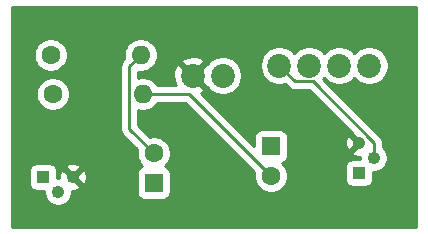
<source format=gbr>
%TF.GenerationSoftware,KiCad,Pcbnew,(5.1.6-0-10_14)*%
%TF.CreationDate,2020-09-04T22:16:53-04:00*%
%TF.ProjectId,bike_ligths,62696b65-5f6c-4696-9774-68732e6b6963,rev?*%
%TF.SameCoordinates,Original*%
%TF.FileFunction,Copper,L2,Bot*%
%TF.FilePolarity,Positive*%
%FSLAX46Y46*%
G04 Gerber Fmt 4.6, Leading zero omitted, Abs format (unit mm)*
G04 Created by KiCad (PCBNEW (5.1.6-0-10_14)) date 2020-09-04 22:16:53*
%MOMM*%
%LPD*%
G01*
G04 APERTURE LIST*
%TA.AperFunction,ComponentPad*%
%ADD10O,1.600000X1.600000*%
%TD*%
%TA.AperFunction,ComponentPad*%
%ADD11C,1.600000*%
%TD*%
%TA.AperFunction,ComponentPad*%
%ADD12R,1.600000X1.600000*%
%TD*%
%TA.AperFunction,ComponentPad*%
%ADD13R,1.080000X1.080000*%
%TD*%
%TA.AperFunction,ComponentPad*%
%ADD14C,1.080000*%
%TD*%
%TA.AperFunction,ComponentPad*%
%ADD15C,2.020000*%
%TD*%
%TA.AperFunction,Conductor*%
%ADD16C,0.250000*%
%TD*%
%TA.AperFunction,Conductor*%
%ADD17C,0.254000*%
%TD*%
G04 APERTURE END LIST*
D10*
%TO.P,R3,2*%
%TO.N,Net-(C2-Pad2)*%
X147228560Y-81396840D03*
D11*
%TO.P,R3,1*%
%TO.N,VCC*%
X139608560Y-81396840D03*
%TD*%
%TO.P,C2,2*%
%TO.N,Net-(C2-Pad2)*%
X148325840Y-89717240D03*
D12*
%TO.P,C2,1*%
%TO.N,Net-(C2-Pad1)*%
X148325840Y-92217240D03*
%TD*%
D13*
%TO.P,Q2,1*%
%TO.N,Net-(C1-Pad2)*%
X165719760Y-91384120D03*
D14*
%TO.P,Q2,2*%
%TO.N,Net-(C2-Pad1)*%
X166989760Y-90114120D03*
%TO.P,Q2,3*%
%TO.N,GND*%
X165719760Y-88844120D03*
%TD*%
D13*
%TO.P,Q1,1*%
%TO.N,Net-(C2-Pad2)*%
X138963400Y-91724480D03*
D14*
%TO.P,Q1,2*%
%TO.N,Net-(C1-Pad1)*%
X140233400Y-92994480D03*
%TO.P,Q1,3*%
%TO.N,GND*%
X141503400Y-91724480D03*
%TD*%
D15*
%TO.P,LEDS,4*%
%TO.N,VCC*%
X166583360Y-82290920D03*
%TO.P,LEDS,3*%
%TO.N,Net-(C1-Pad1)*%
X164043360Y-82290920D03*
%TO.P,LEDS,2*%
%TO.N,VCC*%
X161503360Y-82290920D03*
%TO.P,LEDS,1*%
%TO.N,Net-(C2-Pad1)*%
X158963360Y-82290920D03*
%TD*%
%TO.P,J1,2*%
%TO.N,GND*%
X151638000Y-83139280D03*
%TO.P,J1,1*%
%TO.N,VCC*%
X154178000Y-83139280D03*
%TD*%
D11*
%TO.P,C1,2*%
%TO.N,Net-(C1-Pad2)*%
X158252160Y-91633680D03*
D12*
%TO.P,C1,1*%
%TO.N,Net-(C1-Pad1)*%
X158252160Y-89133680D03*
%TD*%
D10*
%TO.P,R2,2*%
%TO.N,Net-(C1-Pad2)*%
X147406360Y-84703920D03*
D11*
%TO.P,R2,1*%
%TO.N,VCC*%
X139786360Y-84703920D03*
%TD*%
D16*
%TO.N,Net-(C1-Pad2)*%
X151322400Y-84703920D02*
X158252160Y-91633680D01*
X147406360Y-84703920D02*
X151322400Y-84703920D01*
X158252160Y-91633680D02*
X158429320Y-91633680D01*
%TO.N,Net-(C2-Pad2)*%
X146281359Y-87672759D02*
X146281359Y-82344041D01*
X146281359Y-82344041D02*
X147228560Y-81396840D01*
X148325840Y-89717240D02*
X146281359Y-87672759D01*
%TO.N,Net-(C2-Pad1)*%
X160298361Y-83625921D02*
X158963360Y-82290920D01*
X161781763Y-83625921D02*
X160298361Y-83625921D01*
X166989760Y-88833918D02*
X161781763Y-83625921D01*
X166989760Y-90114120D02*
X166989760Y-88833918D01*
%TD*%
D17*
%TO.N,GND*%
G36*
X170561401Y-95956520D02*
G01*
X136316152Y-95956520D01*
X136314936Y-91184480D01*
X137785328Y-91184480D01*
X137785328Y-92264480D01*
X137797588Y-92388962D01*
X137833898Y-92508660D01*
X137892863Y-92618974D01*
X137972215Y-92715665D01*
X138068906Y-92795017D01*
X138179220Y-92853982D01*
X138298918Y-92890292D01*
X138423400Y-92902552D01*
X139058400Y-92902552D01*
X139058400Y-93110207D01*
X139103555Y-93337215D01*
X139192129Y-93551051D01*
X139320718Y-93743499D01*
X139484381Y-93907162D01*
X139676829Y-94035751D01*
X139890665Y-94124325D01*
X140117673Y-94169480D01*
X140349127Y-94169480D01*
X140576135Y-94124325D01*
X140789971Y-94035751D01*
X140982419Y-93907162D01*
X141146082Y-93743499D01*
X141274671Y-93551051D01*
X141363245Y-93337215D01*
X141408400Y-93110207D01*
X141408400Y-92897178D01*
X141584218Y-92902397D01*
X141812465Y-92863997D01*
X142028835Y-92781805D01*
X142090618Y-92748781D01*
X142130613Y-92531298D01*
X141503400Y-91904085D01*
X141489258Y-91918228D01*
X141309653Y-91738623D01*
X141323795Y-91724480D01*
X141683005Y-91724480D01*
X142310218Y-92351693D01*
X142527701Y-92311698D01*
X142622580Y-92100583D01*
X142674450Y-91875015D01*
X142681317Y-91643662D01*
X142642917Y-91415415D01*
X142560725Y-91199045D01*
X142527701Y-91137262D01*
X142310218Y-91097267D01*
X141683005Y-91724480D01*
X141323795Y-91724480D01*
X140696582Y-91097267D01*
X140479099Y-91137262D01*
X140384220Y-91348377D01*
X140332350Y-91573945D01*
X140325483Y-91805298D01*
X140327869Y-91819480D01*
X140141472Y-91819480D01*
X140141472Y-91184480D01*
X140129212Y-91059998D01*
X140092902Y-90940300D01*
X140080802Y-90917662D01*
X140876187Y-90917662D01*
X141503400Y-91544875D01*
X142130613Y-90917662D01*
X142090618Y-90700179D01*
X141879503Y-90605300D01*
X141653935Y-90553430D01*
X141422582Y-90546563D01*
X141194335Y-90584963D01*
X140977965Y-90667155D01*
X140916182Y-90700179D01*
X140876187Y-90917662D01*
X140080802Y-90917662D01*
X140033937Y-90829986D01*
X139954585Y-90733295D01*
X139857894Y-90653943D01*
X139747580Y-90594978D01*
X139627882Y-90558668D01*
X139503400Y-90546408D01*
X138423400Y-90546408D01*
X138298918Y-90558668D01*
X138179220Y-90594978D01*
X138068906Y-90653943D01*
X137972215Y-90733295D01*
X137892863Y-90829986D01*
X137833898Y-90940300D01*
X137797588Y-91059998D01*
X137785328Y-91184480D01*
X136314936Y-91184480D01*
X136313249Y-84562585D01*
X138351360Y-84562585D01*
X138351360Y-84845255D01*
X138406507Y-85122494D01*
X138514680Y-85383647D01*
X138671723Y-85618679D01*
X138871601Y-85818557D01*
X139106633Y-85975600D01*
X139367786Y-86083773D01*
X139645025Y-86138920D01*
X139927695Y-86138920D01*
X140204934Y-86083773D01*
X140466087Y-85975600D01*
X140701119Y-85818557D01*
X140900997Y-85618679D01*
X141058040Y-85383647D01*
X141166213Y-85122494D01*
X141221360Y-84845255D01*
X141221360Y-84562585D01*
X141166213Y-84285346D01*
X141058040Y-84024193D01*
X140900997Y-83789161D01*
X140701119Y-83589283D01*
X140466087Y-83432240D01*
X140204934Y-83324067D01*
X139927695Y-83268920D01*
X139645025Y-83268920D01*
X139367786Y-83324067D01*
X139106633Y-83432240D01*
X138871601Y-83589283D01*
X138671723Y-83789161D01*
X138514680Y-84024193D01*
X138406507Y-84285346D01*
X138351360Y-84562585D01*
X136313249Y-84562585D01*
X136312406Y-81255505D01*
X138173560Y-81255505D01*
X138173560Y-81538175D01*
X138228707Y-81815414D01*
X138336880Y-82076567D01*
X138493923Y-82311599D01*
X138693801Y-82511477D01*
X138928833Y-82668520D01*
X139189986Y-82776693D01*
X139467225Y-82831840D01*
X139749895Y-82831840D01*
X140027134Y-82776693D01*
X140288287Y-82668520D01*
X140523319Y-82511477D01*
X140690755Y-82344041D01*
X145517683Y-82344041D01*
X145521360Y-82381373D01*
X145521359Y-87635436D01*
X145517683Y-87672759D01*
X145521359Y-87710081D01*
X145521359Y-87710091D01*
X145532356Y-87821744D01*
X145575813Y-87965005D01*
X145646385Y-88097035D01*
X145672103Y-88128372D01*
X145741358Y-88212760D01*
X145770362Y-88236563D01*
X146927152Y-89393354D01*
X146890840Y-89575905D01*
X146890840Y-89858575D01*
X146945987Y-90135814D01*
X147054160Y-90396967D01*
X147211203Y-90631999D01*
X147377783Y-90798579D01*
X147281660Y-90827738D01*
X147171346Y-90886703D01*
X147074655Y-90966055D01*
X146995303Y-91062746D01*
X146936338Y-91173060D01*
X146900028Y-91292758D01*
X146887768Y-91417240D01*
X146887768Y-93017240D01*
X146900028Y-93141722D01*
X146936338Y-93261420D01*
X146995303Y-93371734D01*
X147074655Y-93468425D01*
X147171346Y-93547777D01*
X147281660Y-93606742D01*
X147401358Y-93643052D01*
X147525840Y-93655312D01*
X149125840Y-93655312D01*
X149250322Y-93643052D01*
X149370020Y-93606742D01*
X149480334Y-93547777D01*
X149577025Y-93468425D01*
X149656377Y-93371734D01*
X149715342Y-93261420D01*
X149751652Y-93141722D01*
X149763912Y-93017240D01*
X149763912Y-91417240D01*
X149751652Y-91292758D01*
X149715342Y-91173060D01*
X149656377Y-91062746D01*
X149577025Y-90966055D01*
X149480334Y-90886703D01*
X149370020Y-90827738D01*
X149273897Y-90798579D01*
X149440477Y-90631999D01*
X149597520Y-90396967D01*
X149705693Y-90135814D01*
X149760840Y-89858575D01*
X149760840Y-89575905D01*
X149705693Y-89298666D01*
X149597520Y-89037513D01*
X149440477Y-88802481D01*
X149240599Y-88602603D01*
X149005567Y-88445560D01*
X148744414Y-88337387D01*
X148467175Y-88282240D01*
X148184505Y-88282240D01*
X148001954Y-88318552D01*
X147041359Y-87357958D01*
X147041359Y-86094429D01*
X147265025Y-86138920D01*
X147547695Y-86138920D01*
X147824934Y-86083773D01*
X148086087Y-85975600D01*
X148321119Y-85818557D01*
X148520997Y-85618679D01*
X148624403Y-85463920D01*
X151007599Y-85463920D01*
X156853472Y-91309794D01*
X156817160Y-91492345D01*
X156817160Y-91775015D01*
X156872307Y-92052254D01*
X156980480Y-92313407D01*
X157137523Y-92548439D01*
X157337401Y-92748317D01*
X157572433Y-92905360D01*
X157833586Y-93013533D01*
X158110825Y-93068680D01*
X158393495Y-93068680D01*
X158670734Y-93013533D01*
X158931887Y-92905360D01*
X159166919Y-92748317D01*
X159366797Y-92548439D01*
X159523840Y-92313407D01*
X159632013Y-92052254D01*
X159687160Y-91775015D01*
X159687160Y-91492345D01*
X159632013Y-91215106D01*
X159523840Y-90953953D01*
X159366797Y-90718921D01*
X159200217Y-90552341D01*
X159296340Y-90523182D01*
X159406654Y-90464217D01*
X159503345Y-90384865D01*
X159582697Y-90288174D01*
X159641662Y-90177860D01*
X159677972Y-90058162D01*
X159690232Y-89933680D01*
X159690232Y-88924938D01*
X164541843Y-88924938D01*
X164580243Y-89153185D01*
X164662435Y-89369555D01*
X164695459Y-89431338D01*
X164912942Y-89471333D01*
X165540155Y-88844120D01*
X164912942Y-88216907D01*
X164695459Y-88256902D01*
X164600580Y-88468017D01*
X164548710Y-88693585D01*
X164541843Y-88924938D01*
X159690232Y-88924938D01*
X159690232Y-88333680D01*
X159677972Y-88209198D01*
X159641662Y-88089500D01*
X159582697Y-87979186D01*
X159503345Y-87882495D01*
X159406654Y-87803143D01*
X159296340Y-87744178D01*
X159176642Y-87707868D01*
X159052160Y-87695608D01*
X157452160Y-87695608D01*
X157327678Y-87707868D01*
X157207980Y-87744178D01*
X157097666Y-87803143D01*
X157000975Y-87882495D01*
X156921623Y-87979186D01*
X156862658Y-88089500D01*
X156826348Y-88209198D01*
X156814088Y-88333680D01*
X156814088Y-89120806D01*
X152332292Y-84639011D01*
X152503968Y-84547248D01*
X152600939Y-84281825D01*
X151638000Y-83318885D01*
X151623858Y-83333028D01*
X151444252Y-83153422D01*
X151458395Y-83139280D01*
X151817605Y-83139280D01*
X152780545Y-84102219D01*
X152830738Y-84083881D01*
X152900245Y-84187906D01*
X153129374Y-84417035D01*
X153398801Y-84597060D01*
X153698171Y-84721063D01*
X154015982Y-84784280D01*
X154340018Y-84784280D01*
X154657829Y-84721063D01*
X154957199Y-84597060D01*
X155226626Y-84417035D01*
X155455755Y-84187906D01*
X155635780Y-83918479D01*
X155759783Y-83619109D01*
X155823000Y-83301298D01*
X155823000Y-82977262D01*
X155759783Y-82659451D01*
X155635780Y-82360081D01*
X155481312Y-82128902D01*
X157318360Y-82128902D01*
X157318360Y-82452938D01*
X157381577Y-82770749D01*
X157505580Y-83070119D01*
X157685605Y-83339546D01*
X157914734Y-83568675D01*
X158184161Y-83748700D01*
X158483531Y-83872703D01*
X158801342Y-83935920D01*
X159125378Y-83935920D01*
X159443189Y-83872703D01*
X159462389Y-83864750D01*
X159734561Y-84136923D01*
X159758360Y-84165922D01*
X159787358Y-84189720D01*
X159874085Y-84260895D01*
X160006114Y-84331467D01*
X160149375Y-84374924D01*
X160298361Y-84389598D01*
X160335694Y-84385921D01*
X161466962Y-84385921D01*
X165096554Y-88015514D01*
X165092547Y-88037302D01*
X165719760Y-88664515D01*
X165732658Y-88651617D01*
X165912263Y-88831222D01*
X165899365Y-88844120D01*
X165913508Y-88858263D01*
X165733903Y-89037868D01*
X165719760Y-89023725D01*
X165092547Y-89650938D01*
X165132542Y-89868421D01*
X165343657Y-89963300D01*
X165569225Y-90015170D01*
X165800578Y-90022037D01*
X165814760Y-90019651D01*
X165814760Y-90206048D01*
X165179760Y-90206048D01*
X165055278Y-90218308D01*
X164935580Y-90254618D01*
X164825266Y-90313583D01*
X164728575Y-90392935D01*
X164649223Y-90489626D01*
X164590258Y-90599940D01*
X164553948Y-90719638D01*
X164541688Y-90844120D01*
X164541688Y-91924120D01*
X164553948Y-92048602D01*
X164590258Y-92168300D01*
X164649223Y-92278614D01*
X164728575Y-92375305D01*
X164825266Y-92454657D01*
X164935580Y-92513622D01*
X165055278Y-92549932D01*
X165179760Y-92562192D01*
X166259760Y-92562192D01*
X166384242Y-92549932D01*
X166503940Y-92513622D01*
X166614254Y-92454657D01*
X166710945Y-92375305D01*
X166790297Y-92278614D01*
X166849262Y-92168300D01*
X166885572Y-92048602D01*
X166897832Y-91924120D01*
X166897832Y-91289120D01*
X167105487Y-91289120D01*
X167332495Y-91243965D01*
X167546331Y-91155391D01*
X167738779Y-91026802D01*
X167902442Y-90863139D01*
X168031031Y-90670691D01*
X168119605Y-90456855D01*
X168164760Y-90229847D01*
X168164760Y-89998393D01*
X168119605Y-89771385D01*
X168031031Y-89557549D01*
X167902442Y-89365101D01*
X167749760Y-89212419D01*
X167749760Y-88871240D01*
X167753436Y-88833918D01*
X167749760Y-88796595D01*
X167749760Y-88796585D01*
X167738763Y-88684932D01*
X167695306Y-88541671D01*
X167639056Y-88436436D01*
X167624734Y-88409641D01*
X167553559Y-88322915D01*
X167529761Y-88293917D01*
X167500763Y-88270119D01*
X162675652Y-83445009D01*
X162773360Y-83347301D01*
X162994734Y-83568675D01*
X163264161Y-83748700D01*
X163563531Y-83872703D01*
X163881342Y-83935920D01*
X164205378Y-83935920D01*
X164523189Y-83872703D01*
X164822559Y-83748700D01*
X165091986Y-83568675D01*
X165313360Y-83347301D01*
X165534734Y-83568675D01*
X165804161Y-83748700D01*
X166103531Y-83872703D01*
X166421342Y-83935920D01*
X166745378Y-83935920D01*
X167063189Y-83872703D01*
X167362559Y-83748700D01*
X167631986Y-83568675D01*
X167861115Y-83339546D01*
X168041140Y-83070119D01*
X168165143Y-82770749D01*
X168228360Y-82452938D01*
X168228360Y-82128902D01*
X168165143Y-81811091D01*
X168041140Y-81511721D01*
X167861115Y-81242294D01*
X167631986Y-81013165D01*
X167362559Y-80833140D01*
X167063189Y-80709137D01*
X166745378Y-80645920D01*
X166421342Y-80645920D01*
X166103531Y-80709137D01*
X165804161Y-80833140D01*
X165534734Y-81013165D01*
X165313360Y-81234539D01*
X165091986Y-81013165D01*
X164822559Y-80833140D01*
X164523189Y-80709137D01*
X164205378Y-80645920D01*
X163881342Y-80645920D01*
X163563531Y-80709137D01*
X163264161Y-80833140D01*
X162994734Y-81013165D01*
X162773360Y-81234539D01*
X162551986Y-81013165D01*
X162282559Y-80833140D01*
X161983189Y-80709137D01*
X161665378Y-80645920D01*
X161341342Y-80645920D01*
X161023531Y-80709137D01*
X160724161Y-80833140D01*
X160454734Y-81013165D01*
X160233360Y-81234539D01*
X160011986Y-81013165D01*
X159742559Y-80833140D01*
X159443189Y-80709137D01*
X159125378Y-80645920D01*
X158801342Y-80645920D01*
X158483531Y-80709137D01*
X158184161Y-80833140D01*
X157914734Y-81013165D01*
X157685605Y-81242294D01*
X157505580Y-81511721D01*
X157381577Y-81811091D01*
X157318360Y-82128902D01*
X155481312Y-82128902D01*
X155455755Y-82090654D01*
X155226626Y-81861525D01*
X154957199Y-81681500D01*
X154657829Y-81557497D01*
X154340018Y-81494280D01*
X154015982Y-81494280D01*
X153698171Y-81557497D01*
X153398801Y-81681500D01*
X153129374Y-81861525D01*
X152900245Y-82090654D01*
X152830738Y-82194679D01*
X152780545Y-82176341D01*
X151817605Y-83139280D01*
X151458395Y-83139280D01*
X150495455Y-82176341D01*
X150230032Y-82273312D01*
X150088144Y-82564633D01*
X150005815Y-82878037D01*
X149986211Y-83201480D01*
X150030084Y-83522533D01*
X150135749Y-83828858D01*
X150197251Y-83943920D01*
X148624403Y-83943920D01*
X148520997Y-83789161D01*
X148321119Y-83589283D01*
X148086087Y-83432240D01*
X147824934Y-83324067D01*
X147547695Y-83268920D01*
X147265025Y-83268920D01*
X147041359Y-83313411D01*
X147041359Y-82822717D01*
X147087225Y-82831840D01*
X147369895Y-82831840D01*
X147647134Y-82776693D01*
X147908287Y-82668520D01*
X148143319Y-82511477D01*
X148343197Y-82311599D01*
X148500240Y-82076567D01*
X148533307Y-81996735D01*
X150675061Y-81996735D01*
X151638000Y-82959675D01*
X152600939Y-81996735D01*
X152503968Y-81731312D01*
X152212647Y-81589424D01*
X151899243Y-81507095D01*
X151575800Y-81487491D01*
X151254747Y-81531364D01*
X150948422Y-81637029D01*
X150772032Y-81731312D01*
X150675061Y-81996735D01*
X148533307Y-81996735D01*
X148608413Y-81815414D01*
X148663560Y-81538175D01*
X148663560Y-81255505D01*
X148608413Y-80978266D01*
X148500240Y-80717113D01*
X148343197Y-80482081D01*
X148143319Y-80282203D01*
X147908287Y-80125160D01*
X147647134Y-80016987D01*
X147369895Y-79961840D01*
X147087225Y-79961840D01*
X146809986Y-80016987D01*
X146548833Y-80125160D01*
X146313801Y-80282203D01*
X146113923Y-80482081D01*
X145956880Y-80717113D01*
X145848707Y-80978266D01*
X145793560Y-81255505D01*
X145793560Y-81538175D01*
X145829872Y-81720727D01*
X145770357Y-81780242D01*
X145741359Y-81804040D01*
X145717561Y-81833038D01*
X145717560Y-81833039D01*
X145646385Y-81919765D01*
X145575813Y-82051795D01*
X145532357Y-82195056D01*
X145517683Y-82344041D01*
X140690755Y-82344041D01*
X140723197Y-82311599D01*
X140880240Y-82076567D01*
X140988413Y-81815414D01*
X141043560Y-81538175D01*
X141043560Y-81255505D01*
X140988413Y-80978266D01*
X140880240Y-80717113D01*
X140723197Y-80482081D01*
X140523319Y-80282203D01*
X140288287Y-80125160D01*
X140027134Y-80016987D01*
X139749895Y-79961840D01*
X139467225Y-79961840D01*
X139189986Y-80016987D01*
X138928833Y-80125160D01*
X138693801Y-80282203D01*
X138493923Y-80482081D01*
X138336880Y-80717113D01*
X138228707Y-80978266D01*
X138173560Y-81255505D01*
X136312406Y-81255505D01*
X136311408Y-77342600D01*
X170561400Y-77342600D01*
X170561401Y-95956520D01*
G37*
X170561401Y-95956520D02*
X136316152Y-95956520D01*
X136314936Y-91184480D01*
X137785328Y-91184480D01*
X137785328Y-92264480D01*
X137797588Y-92388962D01*
X137833898Y-92508660D01*
X137892863Y-92618974D01*
X137972215Y-92715665D01*
X138068906Y-92795017D01*
X138179220Y-92853982D01*
X138298918Y-92890292D01*
X138423400Y-92902552D01*
X139058400Y-92902552D01*
X139058400Y-93110207D01*
X139103555Y-93337215D01*
X139192129Y-93551051D01*
X139320718Y-93743499D01*
X139484381Y-93907162D01*
X139676829Y-94035751D01*
X139890665Y-94124325D01*
X140117673Y-94169480D01*
X140349127Y-94169480D01*
X140576135Y-94124325D01*
X140789971Y-94035751D01*
X140982419Y-93907162D01*
X141146082Y-93743499D01*
X141274671Y-93551051D01*
X141363245Y-93337215D01*
X141408400Y-93110207D01*
X141408400Y-92897178D01*
X141584218Y-92902397D01*
X141812465Y-92863997D01*
X142028835Y-92781805D01*
X142090618Y-92748781D01*
X142130613Y-92531298D01*
X141503400Y-91904085D01*
X141489258Y-91918228D01*
X141309653Y-91738623D01*
X141323795Y-91724480D01*
X141683005Y-91724480D01*
X142310218Y-92351693D01*
X142527701Y-92311698D01*
X142622580Y-92100583D01*
X142674450Y-91875015D01*
X142681317Y-91643662D01*
X142642917Y-91415415D01*
X142560725Y-91199045D01*
X142527701Y-91137262D01*
X142310218Y-91097267D01*
X141683005Y-91724480D01*
X141323795Y-91724480D01*
X140696582Y-91097267D01*
X140479099Y-91137262D01*
X140384220Y-91348377D01*
X140332350Y-91573945D01*
X140325483Y-91805298D01*
X140327869Y-91819480D01*
X140141472Y-91819480D01*
X140141472Y-91184480D01*
X140129212Y-91059998D01*
X140092902Y-90940300D01*
X140080802Y-90917662D01*
X140876187Y-90917662D01*
X141503400Y-91544875D01*
X142130613Y-90917662D01*
X142090618Y-90700179D01*
X141879503Y-90605300D01*
X141653935Y-90553430D01*
X141422582Y-90546563D01*
X141194335Y-90584963D01*
X140977965Y-90667155D01*
X140916182Y-90700179D01*
X140876187Y-90917662D01*
X140080802Y-90917662D01*
X140033937Y-90829986D01*
X139954585Y-90733295D01*
X139857894Y-90653943D01*
X139747580Y-90594978D01*
X139627882Y-90558668D01*
X139503400Y-90546408D01*
X138423400Y-90546408D01*
X138298918Y-90558668D01*
X138179220Y-90594978D01*
X138068906Y-90653943D01*
X137972215Y-90733295D01*
X137892863Y-90829986D01*
X137833898Y-90940300D01*
X137797588Y-91059998D01*
X137785328Y-91184480D01*
X136314936Y-91184480D01*
X136313249Y-84562585D01*
X138351360Y-84562585D01*
X138351360Y-84845255D01*
X138406507Y-85122494D01*
X138514680Y-85383647D01*
X138671723Y-85618679D01*
X138871601Y-85818557D01*
X139106633Y-85975600D01*
X139367786Y-86083773D01*
X139645025Y-86138920D01*
X139927695Y-86138920D01*
X140204934Y-86083773D01*
X140466087Y-85975600D01*
X140701119Y-85818557D01*
X140900997Y-85618679D01*
X141058040Y-85383647D01*
X141166213Y-85122494D01*
X141221360Y-84845255D01*
X141221360Y-84562585D01*
X141166213Y-84285346D01*
X141058040Y-84024193D01*
X140900997Y-83789161D01*
X140701119Y-83589283D01*
X140466087Y-83432240D01*
X140204934Y-83324067D01*
X139927695Y-83268920D01*
X139645025Y-83268920D01*
X139367786Y-83324067D01*
X139106633Y-83432240D01*
X138871601Y-83589283D01*
X138671723Y-83789161D01*
X138514680Y-84024193D01*
X138406507Y-84285346D01*
X138351360Y-84562585D01*
X136313249Y-84562585D01*
X136312406Y-81255505D01*
X138173560Y-81255505D01*
X138173560Y-81538175D01*
X138228707Y-81815414D01*
X138336880Y-82076567D01*
X138493923Y-82311599D01*
X138693801Y-82511477D01*
X138928833Y-82668520D01*
X139189986Y-82776693D01*
X139467225Y-82831840D01*
X139749895Y-82831840D01*
X140027134Y-82776693D01*
X140288287Y-82668520D01*
X140523319Y-82511477D01*
X140690755Y-82344041D01*
X145517683Y-82344041D01*
X145521360Y-82381373D01*
X145521359Y-87635436D01*
X145517683Y-87672759D01*
X145521359Y-87710081D01*
X145521359Y-87710091D01*
X145532356Y-87821744D01*
X145575813Y-87965005D01*
X145646385Y-88097035D01*
X145672103Y-88128372D01*
X145741358Y-88212760D01*
X145770362Y-88236563D01*
X146927152Y-89393354D01*
X146890840Y-89575905D01*
X146890840Y-89858575D01*
X146945987Y-90135814D01*
X147054160Y-90396967D01*
X147211203Y-90631999D01*
X147377783Y-90798579D01*
X147281660Y-90827738D01*
X147171346Y-90886703D01*
X147074655Y-90966055D01*
X146995303Y-91062746D01*
X146936338Y-91173060D01*
X146900028Y-91292758D01*
X146887768Y-91417240D01*
X146887768Y-93017240D01*
X146900028Y-93141722D01*
X146936338Y-93261420D01*
X146995303Y-93371734D01*
X147074655Y-93468425D01*
X147171346Y-93547777D01*
X147281660Y-93606742D01*
X147401358Y-93643052D01*
X147525840Y-93655312D01*
X149125840Y-93655312D01*
X149250322Y-93643052D01*
X149370020Y-93606742D01*
X149480334Y-93547777D01*
X149577025Y-93468425D01*
X149656377Y-93371734D01*
X149715342Y-93261420D01*
X149751652Y-93141722D01*
X149763912Y-93017240D01*
X149763912Y-91417240D01*
X149751652Y-91292758D01*
X149715342Y-91173060D01*
X149656377Y-91062746D01*
X149577025Y-90966055D01*
X149480334Y-90886703D01*
X149370020Y-90827738D01*
X149273897Y-90798579D01*
X149440477Y-90631999D01*
X149597520Y-90396967D01*
X149705693Y-90135814D01*
X149760840Y-89858575D01*
X149760840Y-89575905D01*
X149705693Y-89298666D01*
X149597520Y-89037513D01*
X149440477Y-88802481D01*
X149240599Y-88602603D01*
X149005567Y-88445560D01*
X148744414Y-88337387D01*
X148467175Y-88282240D01*
X148184505Y-88282240D01*
X148001954Y-88318552D01*
X147041359Y-87357958D01*
X147041359Y-86094429D01*
X147265025Y-86138920D01*
X147547695Y-86138920D01*
X147824934Y-86083773D01*
X148086087Y-85975600D01*
X148321119Y-85818557D01*
X148520997Y-85618679D01*
X148624403Y-85463920D01*
X151007599Y-85463920D01*
X156853472Y-91309794D01*
X156817160Y-91492345D01*
X156817160Y-91775015D01*
X156872307Y-92052254D01*
X156980480Y-92313407D01*
X157137523Y-92548439D01*
X157337401Y-92748317D01*
X157572433Y-92905360D01*
X157833586Y-93013533D01*
X158110825Y-93068680D01*
X158393495Y-93068680D01*
X158670734Y-93013533D01*
X158931887Y-92905360D01*
X159166919Y-92748317D01*
X159366797Y-92548439D01*
X159523840Y-92313407D01*
X159632013Y-92052254D01*
X159687160Y-91775015D01*
X159687160Y-91492345D01*
X159632013Y-91215106D01*
X159523840Y-90953953D01*
X159366797Y-90718921D01*
X159200217Y-90552341D01*
X159296340Y-90523182D01*
X159406654Y-90464217D01*
X159503345Y-90384865D01*
X159582697Y-90288174D01*
X159641662Y-90177860D01*
X159677972Y-90058162D01*
X159690232Y-89933680D01*
X159690232Y-88924938D01*
X164541843Y-88924938D01*
X164580243Y-89153185D01*
X164662435Y-89369555D01*
X164695459Y-89431338D01*
X164912942Y-89471333D01*
X165540155Y-88844120D01*
X164912942Y-88216907D01*
X164695459Y-88256902D01*
X164600580Y-88468017D01*
X164548710Y-88693585D01*
X164541843Y-88924938D01*
X159690232Y-88924938D01*
X159690232Y-88333680D01*
X159677972Y-88209198D01*
X159641662Y-88089500D01*
X159582697Y-87979186D01*
X159503345Y-87882495D01*
X159406654Y-87803143D01*
X159296340Y-87744178D01*
X159176642Y-87707868D01*
X159052160Y-87695608D01*
X157452160Y-87695608D01*
X157327678Y-87707868D01*
X157207980Y-87744178D01*
X157097666Y-87803143D01*
X157000975Y-87882495D01*
X156921623Y-87979186D01*
X156862658Y-88089500D01*
X156826348Y-88209198D01*
X156814088Y-88333680D01*
X156814088Y-89120806D01*
X152332292Y-84639011D01*
X152503968Y-84547248D01*
X152600939Y-84281825D01*
X151638000Y-83318885D01*
X151623858Y-83333028D01*
X151444252Y-83153422D01*
X151458395Y-83139280D01*
X151817605Y-83139280D01*
X152780545Y-84102219D01*
X152830738Y-84083881D01*
X152900245Y-84187906D01*
X153129374Y-84417035D01*
X153398801Y-84597060D01*
X153698171Y-84721063D01*
X154015982Y-84784280D01*
X154340018Y-84784280D01*
X154657829Y-84721063D01*
X154957199Y-84597060D01*
X155226626Y-84417035D01*
X155455755Y-84187906D01*
X155635780Y-83918479D01*
X155759783Y-83619109D01*
X155823000Y-83301298D01*
X155823000Y-82977262D01*
X155759783Y-82659451D01*
X155635780Y-82360081D01*
X155481312Y-82128902D01*
X157318360Y-82128902D01*
X157318360Y-82452938D01*
X157381577Y-82770749D01*
X157505580Y-83070119D01*
X157685605Y-83339546D01*
X157914734Y-83568675D01*
X158184161Y-83748700D01*
X158483531Y-83872703D01*
X158801342Y-83935920D01*
X159125378Y-83935920D01*
X159443189Y-83872703D01*
X159462389Y-83864750D01*
X159734561Y-84136923D01*
X159758360Y-84165922D01*
X159787358Y-84189720D01*
X159874085Y-84260895D01*
X160006114Y-84331467D01*
X160149375Y-84374924D01*
X160298361Y-84389598D01*
X160335694Y-84385921D01*
X161466962Y-84385921D01*
X165096554Y-88015514D01*
X165092547Y-88037302D01*
X165719760Y-88664515D01*
X165732658Y-88651617D01*
X165912263Y-88831222D01*
X165899365Y-88844120D01*
X165913508Y-88858263D01*
X165733903Y-89037868D01*
X165719760Y-89023725D01*
X165092547Y-89650938D01*
X165132542Y-89868421D01*
X165343657Y-89963300D01*
X165569225Y-90015170D01*
X165800578Y-90022037D01*
X165814760Y-90019651D01*
X165814760Y-90206048D01*
X165179760Y-90206048D01*
X165055278Y-90218308D01*
X164935580Y-90254618D01*
X164825266Y-90313583D01*
X164728575Y-90392935D01*
X164649223Y-90489626D01*
X164590258Y-90599940D01*
X164553948Y-90719638D01*
X164541688Y-90844120D01*
X164541688Y-91924120D01*
X164553948Y-92048602D01*
X164590258Y-92168300D01*
X164649223Y-92278614D01*
X164728575Y-92375305D01*
X164825266Y-92454657D01*
X164935580Y-92513622D01*
X165055278Y-92549932D01*
X165179760Y-92562192D01*
X166259760Y-92562192D01*
X166384242Y-92549932D01*
X166503940Y-92513622D01*
X166614254Y-92454657D01*
X166710945Y-92375305D01*
X166790297Y-92278614D01*
X166849262Y-92168300D01*
X166885572Y-92048602D01*
X166897832Y-91924120D01*
X166897832Y-91289120D01*
X167105487Y-91289120D01*
X167332495Y-91243965D01*
X167546331Y-91155391D01*
X167738779Y-91026802D01*
X167902442Y-90863139D01*
X168031031Y-90670691D01*
X168119605Y-90456855D01*
X168164760Y-90229847D01*
X168164760Y-89998393D01*
X168119605Y-89771385D01*
X168031031Y-89557549D01*
X167902442Y-89365101D01*
X167749760Y-89212419D01*
X167749760Y-88871240D01*
X167753436Y-88833918D01*
X167749760Y-88796595D01*
X167749760Y-88796585D01*
X167738763Y-88684932D01*
X167695306Y-88541671D01*
X167639056Y-88436436D01*
X167624734Y-88409641D01*
X167553559Y-88322915D01*
X167529761Y-88293917D01*
X167500763Y-88270119D01*
X162675652Y-83445009D01*
X162773360Y-83347301D01*
X162994734Y-83568675D01*
X163264161Y-83748700D01*
X163563531Y-83872703D01*
X163881342Y-83935920D01*
X164205378Y-83935920D01*
X164523189Y-83872703D01*
X164822559Y-83748700D01*
X165091986Y-83568675D01*
X165313360Y-83347301D01*
X165534734Y-83568675D01*
X165804161Y-83748700D01*
X166103531Y-83872703D01*
X166421342Y-83935920D01*
X166745378Y-83935920D01*
X167063189Y-83872703D01*
X167362559Y-83748700D01*
X167631986Y-83568675D01*
X167861115Y-83339546D01*
X168041140Y-83070119D01*
X168165143Y-82770749D01*
X168228360Y-82452938D01*
X168228360Y-82128902D01*
X168165143Y-81811091D01*
X168041140Y-81511721D01*
X167861115Y-81242294D01*
X167631986Y-81013165D01*
X167362559Y-80833140D01*
X167063189Y-80709137D01*
X166745378Y-80645920D01*
X166421342Y-80645920D01*
X166103531Y-80709137D01*
X165804161Y-80833140D01*
X165534734Y-81013165D01*
X165313360Y-81234539D01*
X165091986Y-81013165D01*
X164822559Y-80833140D01*
X164523189Y-80709137D01*
X164205378Y-80645920D01*
X163881342Y-80645920D01*
X163563531Y-80709137D01*
X163264161Y-80833140D01*
X162994734Y-81013165D01*
X162773360Y-81234539D01*
X162551986Y-81013165D01*
X162282559Y-80833140D01*
X161983189Y-80709137D01*
X161665378Y-80645920D01*
X161341342Y-80645920D01*
X161023531Y-80709137D01*
X160724161Y-80833140D01*
X160454734Y-81013165D01*
X160233360Y-81234539D01*
X160011986Y-81013165D01*
X159742559Y-80833140D01*
X159443189Y-80709137D01*
X159125378Y-80645920D01*
X158801342Y-80645920D01*
X158483531Y-80709137D01*
X158184161Y-80833140D01*
X157914734Y-81013165D01*
X157685605Y-81242294D01*
X157505580Y-81511721D01*
X157381577Y-81811091D01*
X157318360Y-82128902D01*
X155481312Y-82128902D01*
X155455755Y-82090654D01*
X155226626Y-81861525D01*
X154957199Y-81681500D01*
X154657829Y-81557497D01*
X154340018Y-81494280D01*
X154015982Y-81494280D01*
X153698171Y-81557497D01*
X153398801Y-81681500D01*
X153129374Y-81861525D01*
X152900245Y-82090654D01*
X152830738Y-82194679D01*
X152780545Y-82176341D01*
X151817605Y-83139280D01*
X151458395Y-83139280D01*
X150495455Y-82176341D01*
X150230032Y-82273312D01*
X150088144Y-82564633D01*
X150005815Y-82878037D01*
X149986211Y-83201480D01*
X150030084Y-83522533D01*
X150135749Y-83828858D01*
X150197251Y-83943920D01*
X148624403Y-83943920D01*
X148520997Y-83789161D01*
X148321119Y-83589283D01*
X148086087Y-83432240D01*
X147824934Y-83324067D01*
X147547695Y-83268920D01*
X147265025Y-83268920D01*
X147041359Y-83313411D01*
X147041359Y-82822717D01*
X147087225Y-82831840D01*
X147369895Y-82831840D01*
X147647134Y-82776693D01*
X147908287Y-82668520D01*
X148143319Y-82511477D01*
X148343197Y-82311599D01*
X148500240Y-82076567D01*
X148533307Y-81996735D01*
X150675061Y-81996735D01*
X151638000Y-82959675D01*
X152600939Y-81996735D01*
X152503968Y-81731312D01*
X152212647Y-81589424D01*
X151899243Y-81507095D01*
X151575800Y-81487491D01*
X151254747Y-81531364D01*
X150948422Y-81637029D01*
X150772032Y-81731312D01*
X150675061Y-81996735D01*
X148533307Y-81996735D01*
X148608413Y-81815414D01*
X148663560Y-81538175D01*
X148663560Y-81255505D01*
X148608413Y-80978266D01*
X148500240Y-80717113D01*
X148343197Y-80482081D01*
X148143319Y-80282203D01*
X147908287Y-80125160D01*
X147647134Y-80016987D01*
X147369895Y-79961840D01*
X147087225Y-79961840D01*
X146809986Y-80016987D01*
X146548833Y-80125160D01*
X146313801Y-80282203D01*
X146113923Y-80482081D01*
X145956880Y-80717113D01*
X145848707Y-80978266D01*
X145793560Y-81255505D01*
X145793560Y-81538175D01*
X145829872Y-81720727D01*
X145770357Y-81780242D01*
X145741359Y-81804040D01*
X145717561Y-81833038D01*
X145717560Y-81833039D01*
X145646385Y-81919765D01*
X145575813Y-82051795D01*
X145532357Y-82195056D01*
X145517683Y-82344041D01*
X140690755Y-82344041D01*
X140723197Y-82311599D01*
X140880240Y-82076567D01*
X140988413Y-81815414D01*
X141043560Y-81538175D01*
X141043560Y-81255505D01*
X140988413Y-80978266D01*
X140880240Y-80717113D01*
X140723197Y-80482081D01*
X140523319Y-80282203D01*
X140288287Y-80125160D01*
X140027134Y-80016987D01*
X139749895Y-79961840D01*
X139467225Y-79961840D01*
X139189986Y-80016987D01*
X138928833Y-80125160D01*
X138693801Y-80282203D01*
X138493923Y-80482081D01*
X138336880Y-80717113D01*
X138228707Y-80978266D01*
X138173560Y-81255505D01*
X136312406Y-81255505D01*
X136311408Y-77342600D01*
X170561400Y-77342600D01*
X170561401Y-95956520D01*
%TD*%
M02*

</source>
